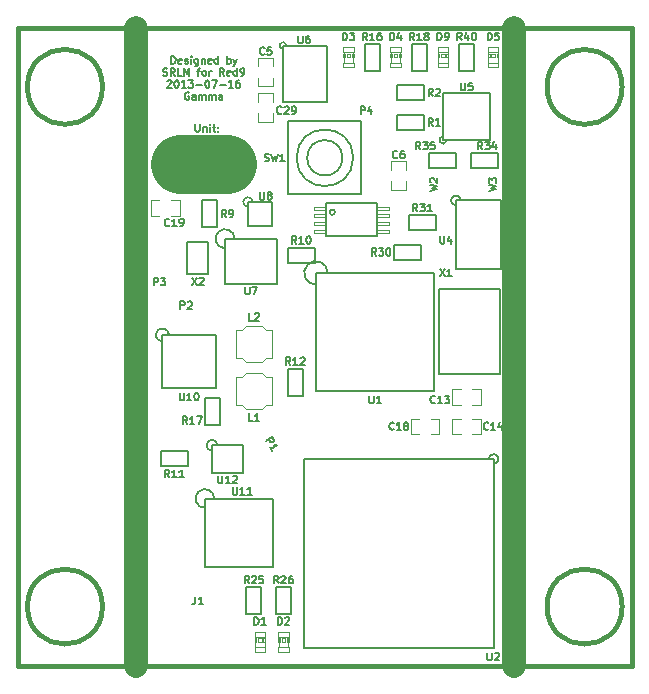
<source format=gto>
G04 (created by PCBNEW (2013-mar-13)-testing) date Fri 19 Jul 2013 02:37:30 PM PDT*
%MOIN*%
G04 Gerber Fmt 3.4, Leading zero omitted, Abs format*
%FSLAX34Y34*%
G01*
G70*
G90*
G04 APERTURE LIST*
%ADD10C,0.005906*%
%ADD11C,0.005000*%
%ADD12C,0.196850*%
%ADD13C,0.015000*%
%ADD14C,0.078740*%
%ADD15C,0.004700*%
%ADD16C,0.003100*%
%ADD17C,0.002600*%
%ADD18C,0.004000*%
%ADD19C,0.005900*%
%ADD20C,0.005100*%
%ADD21C,0.008000*%
%ADD22C,0.003937*%
G04 APERTURE END LIST*
G54D10*
G54D11*
X72853Y-34311D02*
X72853Y-34514D01*
X72865Y-34538D01*
X72877Y-34550D01*
X72900Y-34561D01*
X72948Y-34561D01*
X72972Y-34550D01*
X72984Y-34538D01*
X72996Y-34514D01*
X72996Y-34311D01*
X73115Y-34395D02*
X73115Y-34561D01*
X73115Y-34419D02*
X73127Y-34407D01*
X73150Y-34395D01*
X73186Y-34395D01*
X73210Y-34407D01*
X73222Y-34430D01*
X73222Y-34561D01*
X73341Y-34561D02*
X73341Y-34395D01*
X73341Y-34311D02*
X73329Y-34323D01*
X73341Y-34335D01*
X73353Y-34323D01*
X73341Y-34311D01*
X73341Y-34335D01*
X73424Y-34395D02*
X73520Y-34395D01*
X73460Y-34311D02*
X73460Y-34526D01*
X73472Y-34550D01*
X73496Y-34561D01*
X73520Y-34561D01*
X73603Y-34538D02*
X73615Y-34550D01*
X73603Y-34561D01*
X73591Y-34550D01*
X73603Y-34538D01*
X73603Y-34561D01*
X73603Y-34407D02*
X73615Y-34419D01*
X73603Y-34430D01*
X73591Y-34419D01*
X73603Y-34407D01*
X73603Y-34430D01*
G54D12*
X72342Y-35629D02*
X73917Y-35629D01*
G54D11*
X72046Y-32298D02*
X72046Y-32048D01*
X72106Y-32048D01*
X72141Y-32060D01*
X72165Y-32083D01*
X72177Y-32107D01*
X72189Y-32155D01*
X72189Y-32190D01*
X72177Y-32238D01*
X72165Y-32262D01*
X72141Y-32286D01*
X72106Y-32298D01*
X72046Y-32298D01*
X72391Y-32286D02*
X72368Y-32298D01*
X72320Y-32298D01*
X72296Y-32286D01*
X72284Y-32262D01*
X72284Y-32167D01*
X72296Y-32143D01*
X72320Y-32131D01*
X72368Y-32131D01*
X72391Y-32143D01*
X72403Y-32167D01*
X72403Y-32190D01*
X72284Y-32214D01*
X72498Y-32286D02*
X72522Y-32298D01*
X72570Y-32298D01*
X72594Y-32286D01*
X72606Y-32262D01*
X72606Y-32250D01*
X72594Y-32226D01*
X72570Y-32214D01*
X72534Y-32214D01*
X72510Y-32202D01*
X72498Y-32179D01*
X72498Y-32167D01*
X72510Y-32143D01*
X72534Y-32131D01*
X72570Y-32131D01*
X72594Y-32143D01*
X72713Y-32298D02*
X72713Y-32131D01*
X72713Y-32048D02*
X72701Y-32060D01*
X72713Y-32071D01*
X72725Y-32060D01*
X72713Y-32048D01*
X72713Y-32071D01*
X72939Y-32131D02*
X72939Y-32333D01*
X72927Y-32357D01*
X72915Y-32369D01*
X72891Y-32381D01*
X72856Y-32381D01*
X72832Y-32369D01*
X72939Y-32286D02*
X72915Y-32298D01*
X72868Y-32298D01*
X72844Y-32286D01*
X72832Y-32274D01*
X72820Y-32250D01*
X72820Y-32179D01*
X72832Y-32155D01*
X72844Y-32143D01*
X72868Y-32131D01*
X72915Y-32131D01*
X72939Y-32143D01*
X73058Y-32131D02*
X73058Y-32298D01*
X73058Y-32155D02*
X73070Y-32143D01*
X73094Y-32131D01*
X73129Y-32131D01*
X73153Y-32143D01*
X73165Y-32167D01*
X73165Y-32298D01*
X73379Y-32286D02*
X73356Y-32298D01*
X73308Y-32298D01*
X73284Y-32286D01*
X73272Y-32262D01*
X73272Y-32167D01*
X73284Y-32143D01*
X73308Y-32131D01*
X73356Y-32131D01*
X73379Y-32143D01*
X73391Y-32167D01*
X73391Y-32190D01*
X73272Y-32214D01*
X73606Y-32298D02*
X73606Y-32048D01*
X73606Y-32286D02*
X73582Y-32298D01*
X73534Y-32298D01*
X73510Y-32286D01*
X73498Y-32274D01*
X73487Y-32250D01*
X73487Y-32179D01*
X73498Y-32155D01*
X73510Y-32143D01*
X73534Y-32131D01*
X73582Y-32131D01*
X73606Y-32143D01*
X73915Y-32298D02*
X73915Y-32048D01*
X73915Y-32143D02*
X73939Y-32131D01*
X73987Y-32131D01*
X74010Y-32143D01*
X74022Y-32155D01*
X74034Y-32179D01*
X74034Y-32250D01*
X74022Y-32274D01*
X74010Y-32286D01*
X73987Y-32298D01*
X73939Y-32298D01*
X73915Y-32286D01*
X74118Y-32131D02*
X74177Y-32298D01*
X74237Y-32131D02*
X74177Y-32298D01*
X74153Y-32357D01*
X74141Y-32369D01*
X74118Y-32381D01*
X71772Y-32686D02*
X71808Y-32698D01*
X71868Y-32698D01*
X71891Y-32686D01*
X71903Y-32674D01*
X71915Y-32650D01*
X71915Y-32626D01*
X71903Y-32602D01*
X71891Y-32590D01*
X71868Y-32579D01*
X71820Y-32567D01*
X71796Y-32555D01*
X71784Y-32543D01*
X71772Y-32519D01*
X71772Y-32495D01*
X71784Y-32471D01*
X71796Y-32460D01*
X71820Y-32448D01*
X71879Y-32448D01*
X71915Y-32460D01*
X72165Y-32698D02*
X72082Y-32579D01*
X72022Y-32698D02*
X72022Y-32448D01*
X72118Y-32448D01*
X72141Y-32460D01*
X72153Y-32471D01*
X72165Y-32495D01*
X72165Y-32531D01*
X72153Y-32555D01*
X72141Y-32567D01*
X72118Y-32579D01*
X72022Y-32579D01*
X72391Y-32698D02*
X72272Y-32698D01*
X72272Y-32448D01*
X72475Y-32698D02*
X72475Y-32448D01*
X72558Y-32626D01*
X72641Y-32448D01*
X72641Y-32698D01*
X72915Y-32531D02*
X73010Y-32531D01*
X72951Y-32698D02*
X72951Y-32483D01*
X72963Y-32460D01*
X72987Y-32448D01*
X73010Y-32448D01*
X73129Y-32698D02*
X73106Y-32686D01*
X73094Y-32674D01*
X73082Y-32650D01*
X73082Y-32579D01*
X73094Y-32555D01*
X73106Y-32543D01*
X73129Y-32531D01*
X73165Y-32531D01*
X73189Y-32543D01*
X73201Y-32555D01*
X73213Y-32579D01*
X73213Y-32650D01*
X73201Y-32674D01*
X73189Y-32686D01*
X73165Y-32698D01*
X73129Y-32698D01*
X73320Y-32698D02*
X73320Y-32531D01*
X73320Y-32579D02*
X73332Y-32555D01*
X73344Y-32543D01*
X73368Y-32531D01*
X73391Y-32531D01*
X73808Y-32698D02*
X73725Y-32579D01*
X73665Y-32698D02*
X73665Y-32448D01*
X73760Y-32448D01*
X73784Y-32460D01*
X73796Y-32471D01*
X73808Y-32495D01*
X73808Y-32531D01*
X73796Y-32555D01*
X73784Y-32567D01*
X73760Y-32579D01*
X73665Y-32579D01*
X74010Y-32686D02*
X73987Y-32698D01*
X73939Y-32698D01*
X73915Y-32686D01*
X73903Y-32662D01*
X73903Y-32567D01*
X73915Y-32543D01*
X73939Y-32531D01*
X73987Y-32531D01*
X74010Y-32543D01*
X74022Y-32567D01*
X74022Y-32590D01*
X73903Y-32614D01*
X74237Y-32698D02*
X74237Y-32448D01*
X74237Y-32686D02*
X74213Y-32698D01*
X74165Y-32698D01*
X74141Y-32686D01*
X74129Y-32674D01*
X74118Y-32650D01*
X74118Y-32579D01*
X74129Y-32555D01*
X74141Y-32543D01*
X74165Y-32531D01*
X74213Y-32531D01*
X74237Y-32543D01*
X74368Y-32698D02*
X74415Y-32698D01*
X74439Y-32686D01*
X74451Y-32674D01*
X74475Y-32638D01*
X74487Y-32590D01*
X74487Y-32495D01*
X74475Y-32471D01*
X74463Y-32460D01*
X74439Y-32448D01*
X74391Y-32448D01*
X74368Y-32460D01*
X74356Y-32471D01*
X74344Y-32495D01*
X74344Y-32555D01*
X74356Y-32579D01*
X74368Y-32590D01*
X74391Y-32602D01*
X74439Y-32602D01*
X74463Y-32590D01*
X74475Y-32579D01*
X74487Y-32555D01*
X71915Y-32871D02*
X71927Y-32860D01*
X71951Y-32848D01*
X72010Y-32848D01*
X72034Y-32860D01*
X72046Y-32871D01*
X72058Y-32895D01*
X72058Y-32919D01*
X72046Y-32955D01*
X71903Y-33098D01*
X72058Y-33098D01*
X72213Y-32848D02*
X72237Y-32848D01*
X72260Y-32860D01*
X72272Y-32871D01*
X72284Y-32895D01*
X72296Y-32943D01*
X72296Y-33002D01*
X72284Y-33050D01*
X72272Y-33074D01*
X72260Y-33086D01*
X72237Y-33098D01*
X72213Y-33098D01*
X72189Y-33086D01*
X72177Y-33074D01*
X72165Y-33050D01*
X72153Y-33002D01*
X72153Y-32943D01*
X72165Y-32895D01*
X72177Y-32871D01*
X72189Y-32860D01*
X72213Y-32848D01*
X72534Y-33098D02*
X72391Y-33098D01*
X72463Y-33098D02*
X72463Y-32848D01*
X72439Y-32883D01*
X72415Y-32907D01*
X72391Y-32919D01*
X72618Y-32848D02*
X72772Y-32848D01*
X72689Y-32943D01*
X72725Y-32943D01*
X72748Y-32955D01*
X72760Y-32967D01*
X72772Y-32990D01*
X72772Y-33050D01*
X72760Y-33074D01*
X72748Y-33086D01*
X72725Y-33098D01*
X72653Y-33098D01*
X72629Y-33086D01*
X72618Y-33074D01*
X72879Y-33002D02*
X73070Y-33002D01*
X73237Y-32848D02*
X73260Y-32848D01*
X73284Y-32860D01*
X73296Y-32871D01*
X73308Y-32895D01*
X73320Y-32943D01*
X73320Y-33002D01*
X73308Y-33050D01*
X73296Y-33074D01*
X73284Y-33086D01*
X73260Y-33098D01*
X73237Y-33098D01*
X73213Y-33086D01*
X73201Y-33074D01*
X73189Y-33050D01*
X73177Y-33002D01*
X73177Y-32943D01*
X73189Y-32895D01*
X73201Y-32871D01*
X73213Y-32860D01*
X73237Y-32848D01*
X73403Y-32848D02*
X73570Y-32848D01*
X73463Y-33098D01*
X73665Y-33002D02*
X73856Y-33002D01*
X74106Y-33098D02*
X73963Y-33098D01*
X74034Y-33098D02*
X74034Y-32848D01*
X74010Y-32883D01*
X73987Y-32907D01*
X73963Y-32919D01*
X74320Y-32848D02*
X74272Y-32848D01*
X74248Y-32860D01*
X74237Y-32871D01*
X74213Y-32907D01*
X74201Y-32955D01*
X74201Y-33050D01*
X74213Y-33074D01*
X74225Y-33086D01*
X74248Y-33098D01*
X74296Y-33098D01*
X74320Y-33086D01*
X74332Y-33074D01*
X74344Y-33050D01*
X74344Y-32990D01*
X74332Y-32967D01*
X74320Y-32955D01*
X74296Y-32943D01*
X74248Y-32943D01*
X74225Y-32955D01*
X74213Y-32967D01*
X74201Y-32990D01*
X72635Y-33260D02*
X72612Y-33248D01*
X72576Y-33248D01*
X72540Y-33260D01*
X72516Y-33283D01*
X72504Y-33307D01*
X72493Y-33355D01*
X72493Y-33390D01*
X72504Y-33438D01*
X72516Y-33462D01*
X72540Y-33486D01*
X72576Y-33498D01*
X72600Y-33498D01*
X72635Y-33486D01*
X72647Y-33474D01*
X72647Y-33390D01*
X72600Y-33390D01*
X72862Y-33498D02*
X72862Y-33367D01*
X72850Y-33343D01*
X72826Y-33331D01*
X72778Y-33331D01*
X72754Y-33343D01*
X72862Y-33486D02*
X72838Y-33498D01*
X72778Y-33498D01*
X72754Y-33486D01*
X72743Y-33462D01*
X72743Y-33438D01*
X72754Y-33414D01*
X72778Y-33402D01*
X72838Y-33402D01*
X72862Y-33390D01*
X72981Y-33498D02*
X72981Y-33331D01*
X72981Y-33355D02*
X72993Y-33343D01*
X73016Y-33331D01*
X73052Y-33331D01*
X73076Y-33343D01*
X73088Y-33367D01*
X73088Y-33498D01*
X73088Y-33367D02*
X73100Y-33343D01*
X73123Y-33331D01*
X73159Y-33331D01*
X73183Y-33343D01*
X73195Y-33367D01*
X73195Y-33498D01*
X73314Y-33498D02*
X73314Y-33331D01*
X73314Y-33355D02*
X73326Y-33343D01*
X73350Y-33331D01*
X73385Y-33331D01*
X73409Y-33343D01*
X73421Y-33367D01*
X73421Y-33498D01*
X73421Y-33367D02*
X73433Y-33343D01*
X73457Y-33331D01*
X73493Y-33331D01*
X73516Y-33343D01*
X73528Y-33367D01*
X73528Y-33498D01*
X73754Y-33498D02*
X73754Y-33367D01*
X73743Y-33343D01*
X73719Y-33331D01*
X73671Y-33331D01*
X73647Y-33343D01*
X73754Y-33486D02*
X73731Y-33498D01*
X73671Y-33498D01*
X73647Y-33486D01*
X73635Y-33462D01*
X73635Y-33438D01*
X73647Y-33414D01*
X73671Y-33402D01*
X73731Y-33402D01*
X73754Y-33390D01*
G54D13*
X87401Y-31102D02*
X87401Y-52362D01*
X66929Y-31102D02*
X87401Y-31102D01*
X66929Y-52362D02*
X66929Y-31102D01*
X87401Y-52362D02*
X66929Y-52362D01*
G54D14*
X70866Y-52362D02*
X70866Y-31102D01*
X83464Y-31102D02*
X83464Y-52362D01*
G54D15*
X80708Y-44645D02*
X80983Y-44645D01*
X80314Y-44645D02*
X80039Y-44645D01*
X80708Y-44133D02*
X80983Y-44133D01*
X80039Y-44133D02*
X80314Y-44133D01*
X80983Y-44139D02*
X80983Y-44639D01*
X80039Y-44639D02*
X80039Y-44139D01*
X79881Y-35826D02*
X79881Y-35551D01*
X79881Y-36220D02*
X79881Y-36495D01*
X79369Y-35826D02*
X79369Y-35551D01*
X79369Y-36495D02*
X79369Y-36220D01*
X79375Y-35551D02*
X79875Y-35551D01*
X79875Y-36495D02*
X79375Y-36495D01*
X74940Y-32775D02*
X74940Y-33050D01*
X74940Y-32381D02*
X74940Y-32106D01*
X75452Y-32775D02*
X75452Y-33050D01*
X75452Y-32106D02*
X75452Y-32381D01*
X75446Y-33050D02*
X74946Y-33050D01*
X74946Y-32106D02*
X75446Y-32106D01*
X81692Y-44133D02*
X81417Y-44133D01*
X82086Y-44133D02*
X82361Y-44133D01*
X81692Y-44645D02*
X81417Y-44645D01*
X82361Y-44645D02*
X82086Y-44645D01*
X81417Y-44639D02*
X81417Y-44139D01*
X82361Y-44139D02*
X82361Y-44639D01*
X81692Y-43149D02*
X81417Y-43149D01*
X82086Y-43149D02*
X82361Y-43149D01*
X81692Y-43661D02*
X81417Y-43661D01*
X82361Y-43661D02*
X82086Y-43661D01*
X81417Y-43655D02*
X81417Y-43155D01*
X82361Y-43155D02*
X82361Y-43655D01*
G54D11*
X75931Y-43363D02*
X75931Y-42463D01*
X75931Y-42463D02*
X76431Y-42463D01*
X76431Y-42463D02*
X76431Y-43363D01*
X76431Y-43363D02*
X75931Y-43363D01*
X73675Y-43447D02*
X73675Y-44347D01*
X73675Y-44347D02*
X73175Y-44347D01*
X73175Y-44347D02*
X73175Y-43447D01*
X73175Y-43447D02*
X73675Y-43447D01*
X80469Y-34501D02*
X79569Y-34501D01*
X79569Y-34501D02*
X79569Y-34001D01*
X79569Y-34001D02*
X80469Y-34001D01*
X80469Y-34001D02*
X80469Y-34501D01*
X78990Y-31636D02*
X78990Y-32536D01*
X78990Y-32536D02*
X78490Y-32536D01*
X78490Y-32536D02*
X78490Y-31636D01*
X78490Y-31636D02*
X78990Y-31636D01*
X80564Y-31636D02*
X80564Y-32536D01*
X80564Y-32536D02*
X80064Y-32536D01*
X80064Y-32536D02*
X80064Y-31636D01*
X80064Y-31636D02*
X80564Y-31636D01*
X76037Y-49746D02*
X76037Y-50646D01*
X76037Y-50646D02*
X75537Y-50646D01*
X75537Y-50646D02*
X75537Y-49746D01*
X75537Y-49746D02*
X76037Y-49746D01*
X80371Y-38832D02*
X79471Y-38832D01*
X79471Y-38832D02*
X79471Y-38332D01*
X79471Y-38332D02*
X80371Y-38332D01*
X80371Y-38332D02*
X80371Y-38832D01*
X80863Y-37848D02*
X79963Y-37848D01*
X79963Y-37848D02*
X79963Y-37348D01*
X79963Y-37348D02*
X80863Y-37348D01*
X80863Y-37348D02*
X80863Y-37848D01*
X76827Y-38931D02*
X75927Y-38931D01*
X75927Y-38931D02*
X75927Y-38431D01*
X75927Y-38431D02*
X76827Y-38431D01*
X76827Y-38431D02*
X76827Y-38931D01*
X73076Y-37753D02*
X73076Y-36853D01*
X73076Y-36853D02*
X73576Y-36853D01*
X73576Y-36853D02*
X73576Y-37753D01*
X73576Y-37753D02*
X73076Y-37753D01*
X80469Y-33517D02*
X79569Y-33517D01*
X79569Y-33517D02*
X79569Y-33017D01*
X79569Y-33017D02*
X80469Y-33017D01*
X80469Y-33017D02*
X80469Y-33517D01*
X75053Y-49746D02*
X75053Y-50646D01*
X75053Y-50646D02*
X74553Y-50646D01*
X74553Y-50646D02*
X74553Y-49746D01*
X74553Y-49746D02*
X75053Y-49746D01*
X71695Y-45222D02*
X72595Y-45222D01*
X72595Y-45222D02*
X72595Y-45722D01*
X72595Y-45722D02*
X71695Y-45722D01*
X71695Y-45722D02*
X71695Y-45222D01*
G54D16*
X75394Y-41633D02*
X75394Y-42105D01*
X75394Y-42105D02*
X75197Y-42105D01*
X75197Y-42105D02*
X75079Y-42224D01*
X75079Y-42224D02*
X74527Y-42224D01*
X74527Y-42224D02*
X74409Y-42105D01*
X74409Y-42105D02*
X74212Y-42105D01*
X74212Y-42105D02*
X74212Y-41161D01*
X74212Y-41161D02*
X74409Y-41161D01*
X74409Y-41161D02*
X74527Y-41042D01*
X74527Y-41042D02*
X75079Y-41042D01*
X75079Y-41042D02*
X75197Y-41161D01*
X75197Y-41161D02*
X75394Y-41161D01*
X75394Y-41161D02*
X75394Y-41633D01*
X75394Y-43208D02*
X75394Y-43680D01*
X75394Y-43680D02*
X75197Y-43680D01*
X75197Y-43680D02*
X75079Y-43799D01*
X75079Y-43799D02*
X74527Y-43799D01*
X74527Y-43799D02*
X74409Y-43680D01*
X74409Y-43680D02*
X74212Y-43680D01*
X74212Y-43680D02*
X74212Y-42736D01*
X74212Y-42736D02*
X74409Y-42736D01*
X74409Y-42736D02*
X74527Y-42617D01*
X74527Y-42617D02*
X75079Y-42617D01*
X75079Y-42617D02*
X75197Y-42736D01*
X75197Y-42736D02*
X75394Y-42736D01*
X75394Y-42736D02*
X75394Y-43208D01*
G54D17*
X75610Y-51397D02*
X75964Y-51397D01*
X75964Y-51397D02*
X75964Y-51240D01*
X75610Y-51240D02*
X75964Y-51240D01*
X75610Y-51397D02*
X75610Y-51240D01*
X75610Y-51908D02*
X75964Y-51908D01*
X75964Y-51908D02*
X75964Y-51751D01*
X75610Y-51751D02*
X75964Y-51751D01*
X75610Y-51908D02*
X75610Y-51751D01*
X75610Y-51574D02*
X75669Y-51574D01*
X75669Y-51574D02*
X75669Y-51456D01*
X75610Y-51456D02*
X75669Y-51456D01*
X75610Y-51574D02*
X75610Y-51456D01*
X75905Y-51574D02*
X75964Y-51574D01*
X75964Y-51574D02*
X75964Y-51456D01*
X75905Y-51456D02*
X75964Y-51456D01*
X75905Y-51574D02*
X75905Y-51456D01*
X75728Y-51574D02*
X75846Y-51574D01*
X75846Y-51574D02*
X75846Y-51456D01*
X75728Y-51456D02*
X75846Y-51456D01*
X75728Y-51574D02*
X75728Y-51456D01*
G54D18*
X75630Y-51397D02*
X75630Y-51751D01*
X75944Y-51397D02*
X75944Y-51751D01*
G54D17*
X77775Y-31909D02*
X78129Y-31909D01*
X78129Y-31909D02*
X78129Y-31752D01*
X77775Y-31752D02*
X78129Y-31752D01*
X77775Y-31909D02*
X77775Y-31752D01*
X77775Y-32420D02*
X78129Y-32420D01*
X78129Y-32420D02*
X78129Y-32263D01*
X77775Y-32263D02*
X78129Y-32263D01*
X77775Y-32420D02*
X77775Y-32263D01*
X77775Y-32086D02*
X77834Y-32086D01*
X77834Y-32086D02*
X77834Y-31968D01*
X77775Y-31968D02*
X77834Y-31968D01*
X77775Y-32086D02*
X77775Y-31968D01*
X78070Y-32086D02*
X78129Y-32086D01*
X78129Y-32086D02*
X78129Y-31968D01*
X78070Y-31968D02*
X78129Y-31968D01*
X78070Y-32086D02*
X78070Y-31968D01*
X77893Y-32086D02*
X78011Y-32086D01*
X78011Y-32086D02*
X78011Y-31968D01*
X77893Y-31968D02*
X78011Y-31968D01*
X77893Y-32086D02*
X77893Y-31968D01*
G54D18*
X77795Y-31909D02*
X77795Y-32263D01*
X78109Y-31909D02*
X78109Y-32263D01*
G54D17*
X79350Y-31909D02*
X79704Y-31909D01*
X79704Y-31909D02*
X79704Y-31752D01*
X79350Y-31752D02*
X79704Y-31752D01*
X79350Y-31909D02*
X79350Y-31752D01*
X79350Y-32420D02*
X79704Y-32420D01*
X79704Y-32420D02*
X79704Y-32263D01*
X79350Y-32263D02*
X79704Y-32263D01*
X79350Y-32420D02*
X79350Y-32263D01*
X79350Y-32086D02*
X79409Y-32086D01*
X79409Y-32086D02*
X79409Y-31968D01*
X79350Y-31968D02*
X79409Y-31968D01*
X79350Y-32086D02*
X79350Y-31968D01*
X79645Y-32086D02*
X79704Y-32086D01*
X79704Y-32086D02*
X79704Y-31968D01*
X79645Y-31968D02*
X79704Y-31968D01*
X79645Y-32086D02*
X79645Y-31968D01*
X79468Y-32086D02*
X79586Y-32086D01*
X79586Y-32086D02*
X79586Y-31968D01*
X79468Y-31968D02*
X79586Y-31968D01*
X79468Y-32086D02*
X79468Y-31968D01*
G54D18*
X79370Y-31909D02*
X79370Y-32263D01*
X79684Y-31909D02*
X79684Y-32263D01*
G54D17*
X74823Y-51397D02*
X75177Y-51397D01*
X75177Y-51397D02*
X75177Y-51240D01*
X74823Y-51240D02*
X75177Y-51240D01*
X74823Y-51397D02*
X74823Y-51240D01*
X74823Y-51908D02*
X75177Y-51908D01*
X75177Y-51908D02*
X75177Y-51751D01*
X74823Y-51751D02*
X75177Y-51751D01*
X74823Y-51908D02*
X74823Y-51751D01*
X74823Y-51574D02*
X74882Y-51574D01*
X74882Y-51574D02*
X74882Y-51456D01*
X74823Y-51456D02*
X74882Y-51456D01*
X74823Y-51574D02*
X74823Y-51456D01*
X75118Y-51574D02*
X75177Y-51574D01*
X75177Y-51574D02*
X75177Y-51456D01*
X75118Y-51456D02*
X75177Y-51456D01*
X75118Y-51574D02*
X75118Y-51456D01*
X74941Y-51574D02*
X75059Y-51574D01*
X75059Y-51574D02*
X75059Y-51456D01*
X74941Y-51456D02*
X75059Y-51456D01*
X74941Y-51574D02*
X74941Y-51456D01*
G54D18*
X74843Y-51397D02*
X74843Y-51751D01*
X75157Y-51397D02*
X75157Y-51751D01*
G54D19*
X74765Y-36909D02*
G75*
G03X74607Y-37067I-158J0D01*
G74*
G01*
X75395Y-36909D02*
X75395Y-37697D01*
X75395Y-37697D02*
X74607Y-37697D01*
X74607Y-37697D02*
X74607Y-36909D01*
X74607Y-36909D02*
X75395Y-36909D01*
X71969Y-41333D02*
G75*
G03X71737Y-41555I-217J-4D01*
G74*
G01*
G54D20*
X71751Y-41338D02*
X73523Y-41338D01*
X73523Y-41338D02*
X73523Y-43110D01*
X73523Y-43110D02*
X71751Y-43110D01*
X71751Y-43110D02*
X71751Y-41338D01*
G54D19*
X75881Y-31662D02*
G75*
G03X75767Y-31810I-113J-30D01*
G74*
G01*
X75767Y-31692D02*
X77224Y-31692D01*
X77224Y-31692D02*
X77224Y-33582D01*
X77224Y-33582D02*
X75767Y-33582D01*
X75767Y-33582D02*
X75767Y-31692D01*
X74155Y-38114D02*
G75*
G03X73799Y-38444I-317J-15D01*
G74*
G01*
X73838Y-38129D02*
X73838Y-39625D01*
X73838Y-39625D02*
X75570Y-39625D01*
X75570Y-39625D02*
X75570Y-38129D01*
X75570Y-38129D02*
X73838Y-38129D01*
X81693Y-36850D02*
G75*
G03X81535Y-37008I-158J0D01*
G74*
G01*
X82283Y-36850D02*
X83031Y-36850D01*
X83031Y-36850D02*
X83031Y-39134D01*
X83031Y-39134D02*
X81535Y-39134D01*
X81535Y-39134D02*
X81535Y-36850D01*
X81535Y-36850D02*
X82283Y-36850D01*
X81099Y-34717D02*
G75*
G03X81220Y-34882I2J-124D01*
G74*
G01*
X81102Y-34842D02*
X81102Y-33268D01*
X81102Y-33268D02*
X82676Y-33268D01*
X82676Y-33268D02*
X82676Y-34842D01*
X82676Y-34842D02*
X81102Y-34842D01*
X82822Y-45628D02*
G75*
G03X82637Y-45472I-27J155D01*
G74*
G01*
X82795Y-45472D02*
X82795Y-51771D01*
X82795Y-51771D02*
X76456Y-51771D01*
X76456Y-51771D02*
X76456Y-45472D01*
X76456Y-45472D02*
X82795Y-45472D01*
X73484Y-46791D02*
G75*
G03X73169Y-47106I-314J0D01*
G74*
G01*
X73169Y-46791D02*
X75452Y-46791D01*
X75452Y-46791D02*
X75452Y-49074D01*
X75452Y-49074D02*
X73169Y-49074D01*
X73169Y-49074D02*
X73169Y-46791D01*
X73583Y-45007D02*
G75*
G03X73387Y-45196I-177J-12D01*
G74*
G01*
X73395Y-45009D02*
X73395Y-45935D01*
X73395Y-45935D02*
X74439Y-45935D01*
X73395Y-45009D02*
X74439Y-45009D01*
X74439Y-45009D02*
X74439Y-45935D01*
X77263Y-39271D02*
G75*
G03X76870Y-39665I-393J0D01*
G74*
G01*
X80807Y-39271D02*
X80807Y-43208D01*
X80807Y-43208D02*
X76870Y-43208D01*
X76870Y-43208D02*
X76870Y-39271D01*
X76870Y-39271D02*
X80807Y-39271D01*
X73287Y-38248D02*
X73287Y-39311D01*
X73287Y-39311D02*
X72578Y-39311D01*
X72578Y-39311D02*
X72578Y-38248D01*
X72578Y-38248D02*
X73287Y-38248D01*
G54D17*
X82598Y-31909D02*
X82952Y-31909D01*
X82952Y-31909D02*
X82952Y-31752D01*
X82598Y-31752D02*
X82952Y-31752D01*
X82598Y-31909D02*
X82598Y-31752D01*
X82598Y-32420D02*
X82952Y-32420D01*
X82952Y-32420D02*
X82952Y-32263D01*
X82598Y-32263D02*
X82952Y-32263D01*
X82598Y-32420D02*
X82598Y-32263D01*
X82598Y-32086D02*
X82657Y-32086D01*
X82657Y-32086D02*
X82657Y-31968D01*
X82598Y-31968D02*
X82657Y-31968D01*
X82598Y-32086D02*
X82598Y-31968D01*
X82893Y-32086D02*
X82952Y-32086D01*
X82952Y-32086D02*
X82952Y-31968D01*
X82893Y-31968D02*
X82952Y-31968D01*
X82893Y-32086D02*
X82893Y-31968D01*
X82716Y-32086D02*
X82834Y-32086D01*
X82834Y-32086D02*
X82834Y-31968D01*
X82716Y-31968D02*
X82834Y-31968D01*
X82716Y-32086D02*
X82716Y-31968D01*
G54D18*
X82618Y-31909D02*
X82618Y-32263D01*
X82932Y-31909D02*
X82932Y-32263D01*
G54D17*
X80925Y-31909D02*
X81279Y-31909D01*
X81279Y-31909D02*
X81279Y-31752D01*
X80925Y-31752D02*
X81279Y-31752D01*
X80925Y-31909D02*
X80925Y-31752D01*
X80925Y-32420D02*
X81279Y-32420D01*
X81279Y-32420D02*
X81279Y-32263D01*
X80925Y-32263D02*
X81279Y-32263D01*
X80925Y-32420D02*
X80925Y-32263D01*
X80925Y-32086D02*
X80984Y-32086D01*
X80984Y-32086D02*
X80984Y-31968D01*
X80925Y-31968D02*
X80984Y-31968D01*
X80925Y-32086D02*
X80925Y-31968D01*
X81220Y-32086D02*
X81279Y-32086D01*
X81279Y-32086D02*
X81279Y-31968D01*
X81220Y-31968D02*
X81279Y-31968D01*
X81220Y-32086D02*
X81220Y-31968D01*
X81043Y-32086D02*
X81161Y-32086D01*
X81161Y-32086D02*
X81161Y-31968D01*
X81043Y-31968D02*
X81161Y-31968D01*
X81043Y-32086D02*
X81043Y-31968D01*
G54D18*
X80945Y-31909D02*
X80945Y-32263D01*
X81259Y-31909D02*
X81259Y-32263D01*
G54D11*
X82930Y-35781D02*
X82030Y-35781D01*
X82030Y-35781D02*
X82030Y-35281D01*
X82030Y-35281D02*
X82930Y-35281D01*
X82930Y-35281D02*
X82930Y-35781D01*
X80652Y-35281D02*
X81552Y-35281D01*
X81552Y-35281D02*
X81552Y-35781D01*
X81552Y-35781D02*
X80652Y-35781D01*
X80652Y-35781D02*
X80652Y-35281D01*
X81639Y-32536D02*
X81639Y-31636D01*
X81639Y-31636D02*
X82139Y-31636D01*
X82139Y-31636D02*
X82139Y-32536D01*
X82139Y-32536D02*
X81639Y-32536D01*
G54D17*
X76792Y-37166D02*
X77185Y-37166D01*
X77185Y-37166D02*
X77185Y-37067D01*
X76792Y-37067D02*
X77185Y-37067D01*
X76792Y-37166D02*
X76792Y-37067D01*
X76792Y-37422D02*
X77185Y-37422D01*
X77185Y-37422D02*
X77185Y-37323D01*
X76792Y-37323D02*
X77185Y-37323D01*
X76792Y-37422D02*
X76792Y-37323D01*
X76792Y-37677D02*
X77185Y-37677D01*
X77185Y-37677D02*
X77185Y-37578D01*
X76792Y-37578D02*
X77185Y-37578D01*
X76792Y-37677D02*
X76792Y-37578D01*
X76792Y-37933D02*
X77185Y-37933D01*
X77185Y-37933D02*
X77185Y-37834D01*
X76792Y-37834D02*
X77185Y-37834D01*
X76792Y-37933D02*
X76792Y-37834D01*
X78917Y-37933D02*
X79310Y-37933D01*
X79310Y-37933D02*
X79310Y-37834D01*
X78917Y-37834D02*
X79310Y-37834D01*
X78917Y-37933D02*
X78917Y-37834D01*
X78917Y-37677D02*
X79310Y-37677D01*
X79310Y-37677D02*
X79310Y-37578D01*
X78917Y-37578D02*
X79310Y-37578D01*
X78917Y-37677D02*
X78917Y-37578D01*
X78917Y-37422D02*
X79310Y-37422D01*
X79310Y-37422D02*
X79310Y-37323D01*
X78917Y-37323D02*
X79310Y-37323D01*
X78917Y-37422D02*
X78917Y-37323D01*
X78917Y-37166D02*
X79310Y-37166D01*
X79310Y-37166D02*
X79310Y-37067D01*
X78917Y-37067D02*
X79310Y-37067D01*
X78917Y-37166D02*
X78917Y-37067D01*
G54D21*
X77205Y-38051D02*
X78897Y-38051D01*
X78897Y-38051D02*
X78897Y-36949D01*
X78897Y-36949D02*
X77205Y-36949D01*
X77205Y-36949D02*
X77205Y-38051D01*
G54D10*
X77501Y-37245D02*
G75*
G03X77501Y-37245I-89J0D01*
G74*
G01*
G54D15*
X75452Y-33562D02*
X75452Y-33287D01*
X75452Y-33956D02*
X75452Y-34231D01*
X74940Y-33562D02*
X74940Y-33287D01*
X74940Y-34231D02*
X74940Y-33956D01*
X74946Y-33287D02*
X75446Y-33287D01*
X75446Y-34231D02*
X74946Y-34231D01*
X71653Y-36850D02*
X71378Y-36850D01*
X72047Y-36850D02*
X72322Y-36850D01*
X71653Y-37362D02*
X71378Y-37362D01*
X72322Y-37362D02*
X72047Y-37362D01*
X71378Y-37356D02*
X71378Y-36856D01*
X72322Y-36856D02*
X72322Y-37356D01*
G54D13*
X69753Y-33070D02*
G75*
G03X69753Y-33070I-1250J0D01*
G74*
G01*
X69753Y-50393D02*
G75*
G03X69753Y-50393I-1250J0D01*
G74*
G01*
X87076Y-50393D02*
G75*
G03X87076Y-50393I-1250J0D01*
G74*
G01*
X87076Y-33070D02*
G75*
G03X87076Y-33070I-1250J0D01*
G74*
G01*
G54D22*
X71358Y-52381D02*
X74507Y-52381D01*
G54D19*
X77755Y-35433D02*
G75*
G03X77755Y-35433I-590J0D01*
G74*
G01*
X78110Y-35433D02*
G75*
G03X78110Y-35433I-944J0D01*
G74*
G01*
X78385Y-36653D02*
X75944Y-36653D01*
X75944Y-36653D02*
X75944Y-34212D01*
X75944Y-34212D02*
X78385Y-34212D01*
X78385Y-34212D02*
X78385Y-36653D01*
X80964Y-42657D02*
X80964Y-39822D01*
X80964Y-42657D02*
X83011Y-42657D01*
X83011Y-42657D02*
X83011Y-39822D01*
X83011Y-39822D02*
X80964Y-39822D01*
G54D11*
X79465Y-44479D02*
X79453Y-44490D01*
X79417Y-44502D01*
X79393Y-44502D01*
X79358Y-44490D01*
X79334Y-44467D01*
X79322Y-44443D01*
X79310Y-44395D01*
X79310Y-44360D01*
X79322Y-44312D01*
X79334Y-44288D01*
X79358Y-44264D01*
X79393Y-44252D01*
X79417Y-44252D01*
X79453Y-44264D01*
X79465Y-44276D01*
X79703Y-44502D02*
X79560Y-44502D01*
X79631Y-44502D02*
X79631Y-44252D01*
X79608Y-44288D01*
X79584Y-44312D01*
X79560Y-44324D01*
X79846Y-44360D02*
X79822Y-44348D01*
X79810Y-44336D01*
X79798Y-44312D01*
X79798Y-44300D01*
X79810Y-44276D01*
X79822Y-44264D01*
X79846Y-44252D01*
X79893Y-44252D01*
X79917Y-44264D01*
X79929Y-44276D01*
X79941Y-44300D01*
X79941Y-44312D01*
X79929Y-44336D01*
X79917Y-44348D01*
X79893Y-44360D01*
X79846Y-44360D01*
X79822Y-44371D01*
X79810Y-44383D01*
X79798Y-44407D01*
X79798Y-44455D01*
X79810Y-44479D01*
X79822Y-44490D01*
X79846Y-44502D01*
X79893Y-44502D01*
X79917Y-44490D01*
X79929Y-44479D01*
X79941Y-44455D01*
X79941Y-44407D01*
X79929Y-44383D01*
X79917Y-44371D01*
X79893Y-44360D01*
X79584Y-35423D02*
X79572Y-35435D01*
X79536Y-35447D01*
X79512Y-35447D01*
X79477Y-35435D01*
X79453Y-35412D01*
X79441Y-35388D01*
X79429Y-35340D01*
X79429Y-35304D01*
X79441Y-35257D01*
X79453Y-35233D01*
X79477Y-35209D01*
X79512Y-35197D01*
X79536Y-35197D01*
X79572Y-35209D01*
X79584Y-35221D01*
X79798Y-35197D02*
X79750Y-35197D01*
X79727Y-35209D01*
X79715Y-35221D01*
X79691Y-35257D01*
X79679Y-35304D01*
X79679Y-35400D01*
X79691Y-35423D01*
X79703Y-35435D01*
X79727Y-35447D01*
X79774Y-35447D01*
X79798Y-35435D01*
X79810Y-35423D01*
X79822Y-35400D01*
X79822Y-35340D01*
X79810Y-35316D01*
X79798Y-35304D01*
X79774Y-35292D01*
X79727Y-35292D01*
X79703Y-35304D01*
X79691Y-35316D01*
X79679Y-35340D01*
X75155Y-31979D02*
X75143Y-31990D01*
X75107Y-32002D01*
X75083Y-32002D01*
X75048Y-31990D01*
X75024Y-31967D01*
X75012Y-31943D01*
X75000Y-31895D01*
X75000Y-31860D01*
X75012Y-31812D01*
X75024Y-31788D01*
X75048Y-31764D01*
X75083Y-31752D01*
X75107Y-31752D01*
X75143Y-31764D01*
X75155Y-31776D01*
X75381Y-31752D02*
X75262Y-31752D01*
X75250Y-31871D01*
X75262Y-31860D01*
X75286Y-31848D01*
X75345Y-31848D01*
X75369Y-31860D01*
X75381Y-31871D01*
X75393Y-31895D01*
X75393Y-31955D01*
X75381Y-31979D01*
X75369Y-31990D01*
X75345Y-32002D01*
X75286Y-32002D01*
X75262Y-31990D01*
X75250Y-31979D01*
X82614Y-44479D02*
X82602Y-44490D01*
X82567Y-44502D01*
X82543Y-44502D01*
X82507Y-44490D01*
X82483Y-44467D01*
X82472Y-44443D01*
X82460Y-44395D01*
X82460Y-44360D01*
X82472Y-44312D01*
X82483Y-44288D01*
X82507Y-44264D01*
X82543Y-44252D01*
X82567Y-44252D01*
X82602Y-44264D01*
X82614Y-44276D01*
X82852Y-44502D02*
X82710Y-44502D01*
X82781Y-44502D02*
X82781Y-44252D01*
X82757Y-44288D01*
X82733Y-44312D01*
X82710Y-44324D01*
X83067Y-44336D02*
X83067Y-44502D01*
X83007Y-44240D02*
X82948Y-44419D01*
X83102Y-44419D01*
X80843Y-43593D02*
X80831Y-43605D01*
X80795Y-43617D01*
X80771Y-43617D01*
X80736Y-43605D01*
X80712Y-43581D01*
X80700Y-43557D01*
X80688Y-43509D01*
X80688Y-43474D01*
X80700Y-43426D01*
X80712Y-43402D01*
X80736Y-43378D01*
X80771Y-43367D01*
X80795Y-43367D01*
X80831Y-43378D01*
X80843Y-43390D01*
X81081Y-43617D02*
X80938Y-43617D01*
X81009Y-43617D02*
X81009Y-43367D01*
X80986Y-43402D01*
X80962Y-43426D01*
X80938Y-43438D01*
X81164Y-43367D02*
X81319Y-43367D01*
X81236Y-43462D01*
X81271Y-43462D01*
X81295Y-43474D01*
X81307Y-43486D01*
X81319Y-43509D01*
X81319Y-43569D01*
X81307Y-43593D01*
X81295Y-43605D01*
X81271Y-43617D01*
X81200Y-43617D01*
X81176Y-43605D01*
X81164Y-43593D01*
X76020Y-42337D02*
X75937Y-42218D01*
X75877Y-42337D02*
X75877Y-42087D01*
X75972Y-42087D01*
X75996Y-42099D01*
X76008Y-42111D01*
X76020Y-42135D01*
X76020Y-42170D01*
X76008Y-42194D01*
X75996Y-42206D01*
X75972Y-42218D01*
X75877Y-42218D01*
X76258Y-42337D02*
X76115Y-42337D01*
X76187Y-42337D02*
X76187Y-42087D01*
X76163Y-42123D01*
X76139Y-42147D01*
X76115Y-42158D01*
X76353Y-42111D02*
X76365Y-42099D01*
X76389Y-42087D01*
X76448Y-42087D01*
X76472Y-42099D01*
X76484Y-42111D01*
X76496Y-42135D01*
X76496Y-42158D01*
X76484Y-42194D01*
X76341Y-42337D01*
X76496Y-42337D01*
X72575Y-44306D02*
X72492Y-44186D01*
X72432Y-44306D02*
X72432Y-44056D01*
X72527Y-44056D01*
X72551Y-44067D01*
X72563Y-44079D01*
X72575Y-44103D01*
X72575Y-44139D01*
X72563Y-44163D01*
X72551Y-44175D01*
X72527Y-44186D01*
X72432Y-44186D01*
X72813Y-44306D02*
X72670Y-44306D01*
X72742Y-44306D02*
X72742Y-44056D01*
X72718Y-44091D01*
X72694Y-44115D01*
X72670Y-44127D01*
X72896Y-44056D02*
X73063Y-44056D01*
X72956Y-44306D01*
X80765Y-34365D02*
X80682Y-34246D01*
X80622Y-34365D02*
X80622Y-34115D01*
X80717Y-34115D01*
X80741Y-34126D01*
X80753Y-34138D01*
X80765Y-34162D01*
X80765Y-34198D01*
X80753Y-34222D01*
X80741Y-34234D01*
X80717Y-34246D01*
X80622Y-34246D01*
X81003Y-34365D02*
X80860Y-34365D01*
X80932Y-34365D02*
X80932Y-34115D01*
X80908Y-34150D01*
X80884Y-34174D01*
X80860Y-34186D01*
X78579Y-31510D02*
X78496Y-31391D01*
X78436Y-31510D02*
X78436Y-31260D01*
X78531Y-31260D01*
X78555Y-31272D01*
X78567Y-31284D01*
X78579Y-31308D01*
X78579Y-31344D01*
X78567Y-31367D01*
X78555Y-31379D01*
X78531Y-31391D01*
X78436Y-31391D01*
X78817Y-31510D02*
X78674Y-31510D01*
X78746Y-31510D02*
X78746Y-31260D01*
X78722Y-31296D01*
X78698Y-31320D01*
X78674Y-31332D01*
X79031Y-31260D02*
X78984Y-31260D01*
X78960Y-31272D01*
X78948Y-31284D01*
X78924Y-31320D01*
X78912Y-31367D01*
X78912Y-31463D01*
X78924Y-31486D01*
X78936Y-31498D01*
X78960Y-31510D01*
X79008Y-31510D01*
X79031Y-31498D01*
X79043Y-31486D01*
X79055Y-31463D01*
X79055Y-31403D01*
X79043Y-31379D01*
X79031Y-31367D01*
X79008Y-31355D01*
X78960Y-31355D01*
X78936Y-31367D01*
X78924Y-31379D01*
X78912Y-31403D01*
X80154Y-31510D02*
X80070Y-31391D01*
X80011Y-31510D02*
X80011Y-31260D01*
X80106Y-31260D01*
X80130Y-31272D01*
X80142Y-31284D01*
X80154Y-31308D01*
X80154Y-31344D01*
X80142Y-31367D01*
X80130Y-31379D01*
X80106Y-31391D01*
X80011Y-31391D01*
X80392Y-31510D02*
X80249Y-31510D01*
X80320Y-31510D02*
X80320Y-31260D01*
X80297Y-31296D01*
X80273Y-31320D01*
X80249Y-31332D01*
X80535Y-31367D02*
X80511Y-31355D01*
X80499Y-31344D01*
X80487Y-31320D01*
X80487Y-31308D01*
X80499Y-31284D01*
X80511Y-31272D01*
X80535Y-31260D01*
X80582Y-31260D01*
X80606Y-31272D01*
X80618Y-31284D01*
X80630Y-31308D01*
X80630Y-31320D01*
X80618Y-31344D01*
X80606Y-31355D01*
X80582Y-31367D01*
X80535Y-31367D01*
X80511Y-31379D01*
X80499Y-31391D01*
X80487Y-31415D01*
X80487Y-31463D01*
X80499Y-31486D01*
X80511Y-31498D01*
X80535Y-31510D01*
X80582Y-31510D01*
X80606Y-31498D01*
X80618Y-31486D01*
X80630Y-31463D01*
X80630Y-31415D01*
X80618Y-31391D01*
X80606Y-31379D01*
X80582Y-31367D01*
X75626Y-49620D02*
X75543Y-49501D01*
X75483Y-49620D02*
X75483Y-49370D01*
X75579Y-49370D01*
X75602Y-49382D01*
X75614Y-49394D01*
X75626Y-49418D01*
X75626Y-49454D01*
X75614Y-49478D01*
X75602Y-49490D01*
X75579Y-49501D01*
X75483Y-49501D01*
X75721Y-49394D02*
X75733Y-49382D01*
X75757Y-49370D01*
X75817Y-49370D01*
X75840Y-49382D01*
X75852Y-49394D01*
X75864Y-49418D01*
X75864Y-49442D01*
X75852Y-49478D01*
X75710Y-49620D01*
X75864Y-49620D01*
X76079Y-49370D02*
X76031Y-49370D01*
X76007Y-49382D01*
X75995Y-49394D01*
X75971Y-49430D01*
X75960Y-49478D01*
X75960Y-49573D01*
X75971Y-49597D01*
X75983Y-49609D01*
X76007Y-49620D01*
X76055Y-49620D01*
X76079Y-49609D01*
X76090Y-49597D01*
X76102Y-49573D01*
X76102Y-49513D01*
X76090Y-49490D01*
X76079Y-49478D01*
X76055Y-49466D01*
X76007Y-49466D01*
X75983Y-49478D01*
X75971Y-49490D01*
X75960Y-49513D01*
X78874Y-38695D02*
X78791Y-38576D01*
X78731Y-38695D02*
X78731Y-38445D01*
X78827Y-38445D01*
X78850Y-38457D01*
X78862Y-38469D01*
X78874Y-38493D01*
X78874Y-38529D01*
X78862Y-38552D01*
X78850Y-38564D01*
X78827Y-38576D01*
X78731Y-38576D01*
X78958Y-38445D02*
X79112Y-38445D01*
X79029Y-38541D01*
X79065Y-38541D01*
X79089Y-38552D01*
X79100Y-38564D01*
X79112Y-38588D01*
X79112Y-38648D01*
X79100Y-38671D01*
X79089Y-38683D01*
X79065Y-38695D01*
X78993Y-38695D01*
X78969Y-38683D01*
X78958Y-38671D01*
X79267Y-38445D02*
X79291Y-38445D01*
X79315Y-38457D01*
X79327Y-38469D01*
X79339Y-38493D01*
X79350Y-38541D01*
X79350Y-38600D01*
X79339Y-38648D01*
X79327Y-38671D01*
X79315Y-38683D01*
X79291Y-38695D01*
X79267Y-38695D01*
X79243Y-38683D01*
X79231Y-38671D01*
X79219Y-38648D01*
X79208Y-38600D01*
X79208Y-38541D01*
X79219Y-38493D01*
X79231Y-38469D01*
X79243Y-38457D01*
X79267Y-38445D01*
X80252Y-37219D02*
X80169Y-37100D01*
X80109Y-37219D02*
X80109Y-36969D01*
X80205Y-36969D01*
X80228Y-36981D01*
X80240Y-36993D01*
X80252Y-37017D01*
X80252Y-37052D01*
X80240Y-37076D01*
X80228Y-37088D01*
X80205Y-37100D01*
X80109Y-37100D01*
X80336Y-36969D02*
X80490Y-36969D01*
X80407Y-37064D01*
X80443Y-37064D01*
X80466Y-37076D01*
X80478Y-37088D01*
X80490Y-37112D01*
X80490Y-37171D01*
X80478Y-37195D01*
X80466Y-37207D01*
X80443Y-37219D01*
X80371Y-37219D01*
X80347Y-37207D01*
X80336Y-37195D01*
X80728Y-37219D02*
X80586Y-37219D01*
X80657Y-37219D02*
X80657Y-36969D01*
X80633Y-37005D01*
X80609Y-37028D01*
X80586Y-37040D01*
X76217Y-38302D02*
X76133Y-38183D01*
X76074Y-38302D02*
X76074Y-38052D01*
X76169Y-38052D01*
X76193Y-38063D01*
X76205Y-38075D01*
X76217Y-38099D01*
X76217Y-38135D01*
X76205Y-38159D01*
X76193Y-38171D01*
X76169Y-38183D01*
X76074Y-38183D01*
X76455Y-38302D02*
X76312Y-38302D01*
X76383Y-38302D02*
X76383Y-38052D01*
X76360Y-38087D01*
X76336Y-38111D01*
X76312Y-38123D01*
X76610Y-38052D02*
X76633Y-38052D01*
X76657Y-38063D01*
X76669Y-38075D01*
X76681Y-38099D01*
X76693Y-38147D01*
X76693Y-38206D01*
X76681Y-38254D01*
X76669Y-38278D01*
X76657Y-38290D01*
X76633Y-38302D01*
X76610Y-38302D01*
X76586Y-38290D01*
X76574Y-38278D01*
X76562Y-38254D01*
X76550Y-38206D01*
X76550Y-38147D01*
X76562Y-38099D01*
X76574Y-38075D01*
X76586Y-38063D01*
X76610Y-38052D01*
X73875Y-37416D02*
X73792Y-37297D01*
X73732Y-37416D02*
X73732Y-37166D01*
X73828Y-37166D01*
X73851Y-37178D01*
X73863Y-37190D01*
X73875Y-37213D01*
X73875Y-37249D01*
X73863Y-37273D01*
X73851Y-37285D01*
X73828Y-37297D01*
X73732Y-37297D01*
X73994Y-37416D02*
X74042Y-37416D01*
X74066Y-37404D01*
X74078Y-37392D01*
X74101Y-37356D01*
X74113Y-37309D01*
X74113Y-37213D01*
X74101Y-37190D01*
X74089Y-37178D01*
X74066Y-37166D01*
X74018Y-37166D01*
X73994Y-37178D01*
X73982Y-37190D01*
X73970Y-37213D01*
X73970Y-37273D01*
X73982Y-37297D01*
X73994Y-37309D01*
X74018Y-37321D01*
X74066Y-37321D01*
X74089Y-37309D01*
X74101Y-37297D01*
X74113Y-37273D01*
X80765Y-33380D02*
X80682Y-33261D01*
X80622Y-33380D02*
X80622Y-33130D01*
X80717Y-33130D01*
X80741Y-33142D01*
X80753Y-33154D01*
X80765Y-33178D01*
X80765Y-33214D01*
X80753Y-33237D01*
X80741Y-33249D01*
X80717Y-33261D01*
X80622Y-33261D01*
X80860Y-33154D02*
X80872Y-33142D01*
X80896Y-33130D01*
X80955Y-33130D01*
X80979Y-33142D01*
X80991Y-33154D01*
X81003Y-33178D01*
X81003Y-33202D01*
X80991Y-33237D01*
X80848Y-33380D01*
X81003Y-33380D01*
X74642Y-49620D02*
X74559Y-49501D01*
X74499Y-49620D02*
X74499Y-49370D01*
X74594Y-49370D01*
X74618Y-49382D01*
X74630Y-49394D01*
X74642Y-49418D01*
X74642Y-49454D01*
X74630Y-49478D01*
X74618Y-49490D01*
X74594Y-49501D01*
X74499Y-49501D01*
X74737Y-49394D02*
X74749Y-49382D01*
X74773Y-49370D01*
X74832Y-49370D01*
X74856Y-49382D01*
X74868Y-49394D01*
X74880Y-49418D01*
X74880Y-49442D01*
X74868Y-49478D01*
X74725Y-49620D01*
X74880Y-49620D01*
X75106Y-49370D02*
X74987Y-49370D01*
X74975Y-49490D01*
X74987Y-49478D01*
X75011Y-49466D01*
X75071Y-49466D01*
X75094Y-49478D01*
X75106Y-49490D01*
X75118Y-49513D01*
X75118Y-49573D01*
X75106Y-49597D01*
X75094Y-49609D01*
X75071Y-49620D01*
X75011Y-49620D01*
X74987Y-49609D01*
X74975Y-49597D01*
X71984Y-46077D02*
X71901Y-45958D01*
X71842Y-46077D02*
X71842Y-45827D01*
X71937Y-45827D01*
X71961Y-45839D01*
X71973Y-45851D01*
X71984Y-45875D01*
X71984Y-45910D01*
X71973Y-45934D01*
X71961Y-45946D01*
X71937Y-45958D01*
X71842Y-45958D01*
X72223Y-46077D02*
X72080Y-46077D01*
X72151Y-46077D02*
X72151Y-45827D01*
X72127Y-45863D01*
X72104Y-45887D01*
X72080Y-45899D01*
X72461Y-46077D02*
X72318Y-46077D01*
X72389Y-46077D02*
X72389Y-45827D01*
X72365Y-45863D01*
X72342Y-45887D01*
X72318Y-45899D01*
X74761Y-40861D02*
X74642Y-40861D01*
X74642Y-40611D01*
X74832Y-40634D02*
X74844Y-40623D01*
X74868Y-40611D01*
X74928Y-40611D01*
X74951Y-40623D01*
X74963Y-40634D01*
X74975Y-40658D01*
X74975Y-40682D01*
X74963Y-40718D01*
X74821Y-40861D01*
X74975Y-40861D01*
X74761Y-44207D02*
X74642Y-44207D01*
X74642Y-43957D01*
X74975Y-44207D02*
X74832Y-44207D01*
X74904Y-44207D02*
X74904Y-43957D01*
X74880Y-43993D01*
X74856Y-44017D01*
X74832Y-44029D01*
X75602Y-50998D02*
X75602Y-50748D01*
X75662Y-50748D01*
X75698Y-50760D01*
X75721Y-50784D01*
X75733Y-50808D01*
X75745Y-50856D01*
X75745Y-50891D01*
X75733Y-50939D01*
X75721Y-50963D01*
X75698Y-50987D01*
X75662Y-50998D01*
X75602Y-50998D01*
X75840Y-50772D02*
X75852Y-50760D01*
X75876Y-50748D01*
X75936Y-50748D01*
X75960Y-50760D01*
X75971Y-50772D01*
X75983Y-50796D01*
X75983Y-50820D01*
X75971Y-50856D01*
X75829Y-50998D01*
X75983Y-50998D01*
X77768Y-31510D02*
X77768Y-31260D01*
X77827Y-31260D01*
X77863Y-31272D01*
X77887Y-31296D01*
X77899Y-31320D01*
X77911Y-31367D01*
X77911Y-31403D01*
X77899Y-31451D01*
X77887Y-31475D01*
X77863Y-31498D01*
X77827Y-31510D01*
X77768Y-31510D01*
X77994Y-31260D02*
X78149Y-31260D01*
X78065Y-31355D01*
X78101Y-31355D01*
X78125Y-31367D01*
X78137Y-31379D01*
X78149Y-31403D01*
X78149Y-31463D01*
X78137Y-31486D01*
X78125Y-31498D01*
X78101Y-31510D01*
X78030Y-31510D01*
X78006Y-31498D01*
X77994Y-31486D01*
X79343Y-31510D02*
X79343Y-31260D01*
X79402Y-31260D01*
X79438Y-31272D01*
X79462Y-31296D01*
X79473Y-31320D01*
X79485Y-31367D01*
X79485Y-31403D01*
X79473Y-31451D01*
X79462Y-31475D01*
X79438Y-31498D01*
X79402Y-31510D01*
X79343Y-31510D01*
X79700Y-31344D02*
X79700Y-31510D01*
X79640Y-31248D02*
X79581Y-31427D01*
X79735Y-31427D01*
X74815Y-50998D02*
X74815Y-50748D01*
X74875Y-50748D01*
X74910Y-50760D01*
X74934Y-50784D01*
X74946Y-50808D01*
X74958Y-50856D01*
X74958Y-50891D01*
X74946Y-50939D01*
X74934Y-50963D01*
X74910Y-50987D01*
X74875Y-50998D01*
X74815Y-50998D01*
X75196Y-50998D02*
X75053Y-50998D01*
X75125Y-50998D02*
X75125Y-50748D01*
X75101Y-50784D01*
X75077Y-50808D01*
X75053Y-50820D01*
X75006Y-36575D02*
X75006Y-36778D01*
X75018Y-36801D01*
X75030Y-36813D01*
X75053Y-36825D01*
X75101Y-36825D01*
X75125Y-36813D01*
X75137Y-36801D01*
X75149Y-36778D01*
X75149Y-36575D01*
X75303Y-36682D02*
X75280Y-36670D01*
X75268Y-36659D01*
X75256Y-36635D01*
X75256Y-36623D01*
X75268Y-36599D01*
X75280Y-36587D01*
X75303Y-36575D01*
X75351Y-36575D01*
X75375Y-36587D01*
X75387Y-36599D01*
X75399Y-36623D01*
X75399Y-36635D01*
X75387Y-36659D01*
X75375Y-36670D01*
X75351Y-36682D01*
X75303Y-36682D01*
X75280Y-36694D01*
X75268Y-36706D01*
X75256Y-36730D01*
X75256Y-36778D01*
X75268Y-36801D01*
X75280Y-36813D01*
X75303Y-36825D01*
X75351Y-36825D01*
X75375Y-36813D01*
X75387Y-36801D01*
X75399Y-36778D01*
X75399Y-36730D01*
X75387Y-36706D01*
X75375Y-36694D01*
X75351Y-36682D01*
X72328Y-43268D02*
X72328Y-43470D01*
X72340Y-43494D01*
X72352Y-43506D01*
X72375Y-43518D01*
X72423Y-43518D01*
X72447Y-43506D01*
X72459Y-43494D01*
X72471Y-43470D01*
X72471Y-43268D01*
X72721Y-43518D02*
X72578Y-43518D01*
X72649Y-43518D02*
X72649Y-43268D01*
X72625Y-43304D01*
X72602Y-43328D01*
X72578Y-43340D01*
X72875Y-43268D02*
X72899Y-43268D01*
X72923Y-43280D01*
X72935Y-43292D01*
X72947Y-43316D01*
X72959Y-43363D01*
X72959Y-43423D01*
X72947Y-43470D01*
X72935Y-43494D01*
X72923Y-43506D01*
X72899Y-43518D01*
X72875Y-43518D01*
X72852Y-43506D01*
X72840Y-43494D01*
X72828Y-43470D01*
X72816Y-43423D01*
X72816Y-43363D01*
X72828Y-43316D01*
X72840Y-43292D01*
X72852Y-43280D01*
X72875Y-43268D01*
X76285Y-31359D02*
X76285Y-31561D01*
X76297Y-31585D01*
X76309Y-31597D01*
X76333Y-31609D01*
X76381Y-31609D01*
X76404Y-31597D01*
X76416Y-31585D01*
X76428Y-31561D01*
X76428Y-31359D01*
X76654Y-31359D02*
X76607Y-31359D01*
X76583Y-31371D01*
X76571Y-31382D01*
X76547Y-31418D01*
X76535Y-31466D01*
X76535Y-31561D01*
X76547Y-31585D01*
X76559Y-31597D01*
X76583Y-31609D01*
X76631Y-31609D01*
X76654Y-31597D01*
X76666Y-31585D01*
X76678Y-31561D01*
X76678Y-31502D01*
X76666Y-31478D01*
X76654Y-31466D01*
X76631Y-31454D01*
X76583Y-31454D01*
X76559Y-31466D01*
X76547Y-31478D01*
X76535Y-31502D01*
X74514Y-39725D02*
X74514Y-39927D01*
X74526Y-39951D01*
X74538Y-39963D01*
X74561Y-39975D01*
X74609Y-39975D01*
X74633Y-39963D01*
X74645Y-39951D01*
X74657Y-39927D01*
X74657Y-39725D01*
X74752Y-39725D02*
X74919Y-39725D01*
X74811Y-39975D01*
X81010Y-38052D02*
X81010Y-38254D01*
X81022Y-38278D01*
X81034Y-38290D01*
X81057Y-38302D01*
X81105Y-38302D01*
X81129Y-38290D01*
X81141Y-38278D01*
X81153Y-38254D01*
X81153Y-38052D01*
X81379Y-38135D02*
X81379Y-38302D01*
X81319Y-38040D02*
X81260Y-38218D01*
X81415Y-38218D01*
X81699Y-32933D02*
X81699Y-33136D01*
X81711Y-33160D01*
X81723Y-33172D01*
X81746Y-33183D01*
X81794Y-33183D01*
X81818Y-33172D01*
X81830Y-33160D01*
X81842Y-33136D01*
X81842Y-32933D01*
X82080Y-32933D02*
X81961Y-32933D01*
X81949Y-33053D01*
X81961Y-33041D01*
X81985Y-33029D01*
X82044Y-33029D01*
X82068Y-33041D01*
X82080Y-33053D01*
X82092Y-33076D01*
X82092Y-33136D01*
X82080Y-33160D01*
X82068Y-33172D01*
X82044Y-33183D01*
X81985Y-33183D01*
X81961Y-33172D01*
X81949Y-33160D01*
X82585Y-51930D02*
X82585Y-52132D01*
X82597Y-52156D01*
X82608Y-52168D01*
X82632Y-52180D01*
X82680Y-52180D01*
X82704Y-52168D01*
X82716Y-52156D01*
X82727Y-52132D01*
X82727Y-51930D01*
X82835Y-51953D02*
X82847Y-51941D01*
X82870Y-51930D01*
X82930Y-51930D01*
X82954Y-51941D01*
X82966Y-51953D01*
X82977Y-51977D01*
X82977Y-52001D01*
X82966Y-52037D01*
X82823Y-52180D01*
X82977Y-52180D01*
X74099Y-46418D02*
X74099Y-46620D01*
X74111Y-46644D01*
X74123Y-46656D01*
X74147Y-46668D01*
X74195Y-46668D01*
X74218Y-46656D01*
X74230Y-46644D01*
X74242Y-46620D01*
X74242Y-46418D01*
X74492Y-46668D02*
X74349Y-46668D01*
X74421Y-46668D02*
X74421Y-46418D01*
X74397Y-46453D01*
X74373Y-46477D01*
X74349Y-46489D01*
X74730Y-46668D02*
X74588Y-46668D01*
X74659Y-46668D02*
X74659Y-46418D01*
X74635Y-46453D01*
X74611Y-46477D01*
X74588Y-46489D01*
X73607Y-46024D02*
X73607Y-46226D01*
X73619Y-46250D01*
X73631Y-46262D01*
X73655Y-46274D01*
X73703Y-46274D01*
X73726Y-46262D01*
X73738Y-46250D01*
X73750Y-46226D01*
X73750Y-46024D01*
X74000Y-46274D02*
X73857Y-46274D01*
X73929Y-46274D02*
X73929Y-46024D01*
X73905Y-46060D01*
X73881Y-46084D01*
X73857Y-46095D01*
X74095Y-46048D02*
X74107Y-46036D01*
X74131Y-46024D01*
X74191Y-46024D01*
X74214Y-46036D01*
X74226Y-46048D01*
X74238Y-46072D01*
X74238Y-46095D01*
X74226Y-46131D01*
X74083Y-46274D01*
X74238Y-46274D01*
X78648Y-43367D02*
X78648Y-43569D01*
X78660Y-43593D01*
X78671Y-43605D01*
X78695Y-43617D01*
X78743Y-43617D01*
X78767Y-43605D01*
X78779Y-43593D01*
X78790Y-43569D01*
X78790Y-43367D01*
X79040Y-43617D02*
X78898Y-43617D01*
X78969Y-43617D02*
X78969Y-43367D01*
X78945Y-43402D01*
X78921Y-43426D01*
X78898Y-43438D01*
X72730Y-39430D02*
X72897Y-39680D01*
X72897Y-39430D02*
X72730Y-39680D01*
X72980Y-39453D02*
X72992Y-39441D01*
X73016Y-39430D01*
X73075Y-39430D01*
X73099Y-39441D01*
X73111Y-39453D01*
X73123Y-39477D01*
X73123Y-39501D01*
X73111Y-39537D01*
X72968Y-39680D01*
X73123Y-39680D01*
X82591Y-31510D02*
X82591Y-31260D01*
X82650Y-31260D01*
X82686Y-31272D01*
X82710Y-31296D01*
X82722Y-31320D01*
X82733Y-31367D01*
X82733Y-31403D01*
X82722Y-31451D01*
X82710Y-31475D01*
X82686Y-31498D01*
X82650Y-31510D01*
X82591Y-31510D01*
X82960Y-31260D02*
X82841Y-31260D01*
X82829Y-31379D01*
X82841Y-31367D01*
X82864Y-31355D01*
X82924Y-31355D01*
X82948Y-31367D01*
X82960Y-31379D01*
X82972Y-31403D01*
X82972Y-31463D01*
X82960Y-31486D01*
X82948Y-31498D01*
X82924Y-31510D01*
X82864Y-31510D01*
X82841Y-31498D01*
X82829Y-31486D01*
X80917Y-31510D02*
X80917Y-31260D01*
X80977Y-31260D01*
X81013Y-31272D01*
X81036Y-31296D01*
X81048Y-31320D01*
X81060Y-31367D01*
X81060Y-31403D01*
X81048Y-31451D01*
X81036Y-31475D01*
X81013Y-31498D01*
X80977Y-31510D01*
X80917Y-31510D01*
X81179Y-31510D02*
X81227Y-31510D01*
X81251Y-31498D01*
X81263Y-31486D01*
X81286Y-31451D01*
X81298Y-31403D01*
X81298Y-31308D01*
X81286Y-31284D01*
X81274Y-31272D01*
X81251Y-31260D01*
X81203Y-31260D01*
X81179Y-31272D01*
X81167Y-31284D01*
X81155Y-31308D01*
X81155Y-31367D01*
X81167Y-31391D01*
X81179Y-31403D01*
X81203Y-31415D01*
X81251Y-31415D01*
X81274Y-31403D01*
X81286Y-31391D01*
X81298Y-31367D01*
X82418Y-35152D02*
X82334Y-35033D01*
X82275Y-35152D02*
X82275Y-34902D01*
X82370Y-34902D01*
X82394Y-34914D01*
X82406Y-34926D01*
X82418Y-34950D01*
X82418Y-34985D01*
X82406Y-35009D01*
X82394Y-35021D01*
X82370Y-35033D01*
X82275Y-35033D01*
X82501Y-34902D02*
X82656Y-34902D01*
X82572Y-34997D01*
X82608Y-34997D01*
X82632Y-35009D01*
X82644Y-35021D01*
X82656Y-35045D01*
X82656Y-35104D01*
X82644Y-35128D01*
X82632Y-35140D01*
X82608Y-35152D01*
X82537Y-35152D01*
X82513Y-35140D01*
X82501Y-35128D01*
X82870Y-34985D02*
X82870Y-35152D01*
X82810Y-34890D02*
X82751Y-35069D01*
X82906Y-35069D01*
X80351Y-35152D02*
X80267Y-35033D01*
X80208Y-35152D02*
X80208Y-34902D01*
X80303Y-34902D01*
X80327Y-34914D01*
X80339Y-34926D01*
X80351Y-34950D01*
X80351Y-34985D01*
X80339Y-35009D01*
X80327Y-35021D01*
X80303Y-35033D01*
X80208Y-35033D01*
X80434Y-34902D02*
X80589Y-34902D01*
X80505Y-34997D01*
X80541Y-34997D01*
X80565Y-35009D01*
X80577Y-35021D01*
X80589Y-35045D01*
X80589Y-35104D01*
X80577Y-35128D01*
X80565Y-35140D01*
X80541Y-35152D01*
X80470Y-35152D01*
X80446Y-35140D01*
X80434Y-35128D01*
X80815Y-34902D02*
X80696Y-34902D01*
X80684Y-35021D01*
X80696Y-35009D01*
X80720Y-34997D01*
X80779Y-34997D01*
X80803Y-35009D01*
X80815Y-35021D01*
X80827Y-35045D01*
X80827Y-35104D01*
X80815Y-35128D01*
X80803Y-35140D01*
X80779Y-35152D01*
X80720Y-35152D01*
X80696Y-35140D01*
X80684Y-35128D01*
X81729Y-31510D02*
X81645Y-31391D01*
X81586Y-31510D02*
X81586Y-31260D01*
X81681Y-31260D01*
X81705Y-31272D01*
X81717Y-31284D01*
X81729Y-31308D01*
X81729Y-31344D01*
X81717Y-31367D01*
X81705Y-31379D01*
X81681Y-31391D01*
X81586Y-31391D01*
X81943Y-31344D02*
X81943Y-31510D01*
X81883Y-31248D02*
X81824Y-31427D01*
X81979Y-31427D01*
X82121Y-31260D02*
X82145Y-31260D01*
X82169Y-31272D01*
X82181Y-31284D01*
X82193Y-31308D01*
X82205Y-31355D01*
X82205Y-31415D01*
X82193Y-31463D01*
X82181Y-31486D01*
X82169Y-31498D01*
X82145Y-31510D01*
X82121Y-31510D01*
X82098Y-31498D01*
X82086Y-31486D01*
X82074Y-31463D01*
X82062Y-31415D01*
X82062Y-31355D01*
X82074Y-31308D01*
X82086Y-31284D01*
X82098Y-31272D01*
X82121Y-31260D01*
X72354Y-40467D02*
X72354Y-40217D01*
X72450Y-40217D01*
X72473Y-40229D01*
X72485Y-40241D01*
X72497Y-40265D01*
X72497Y-40300D01*
X72485Y-40324D01*
X72473Y-40336D01*
X72450Y-40348D01*
X72354Y-40348D01*
X72592Y-40241D02*
X72604Y-40229D01*
X72628Y-40217D01*
X72688Y-40217D01*
X72711Y-40229D01*
X72723Y-40241D01*
X72735Y-40265D01*
X72735Y-40288D01*
X72723Y-40324D01*
X72581Y-40467D01*
X72735Y-40467D01*
X75725Y-33947D02*
X75713Y-33959D01*
X75677Y-33971D01*
X75653Y-33971D01*
X75617Y-33959D01*
X75594Y-33935D01*
X75582Y-33911D01*
X75570Y-33864D01*
X75570Y-33828D01*
X75582Y-33780D01*
X75594Y-33757D01*
X75617Y-33733D01*
X75653Y-33721D01*
X75677Y-33721D01*
X75713Y-33733D01*
X75725Y-33745D01*
X75820Y-33745D02*
X75832Y-33733D01*
X75856Y-33721D01*
X75915Y-33721D01*
X75939Y-33733D01*
X75951Y-33745D01*
X75963Y-33768D01*
X75963Y-33792D01*
X75951Y-33828D01*
X75808Y-33971D01*
X75963Y-33971D01*
X76082Y-33971D02*
X76129Y-33971D01*
X76153Y-33959D01*
X76165Y-33947D01*
X76189Y-33911D01*
X76201Y-33864D01*
X76201Y-33768D01*
X76189Y-33745D01*
X76177Y-33733D01*
X76153Y-33721D01*
X76106Y-33721D01*
X76082Y-33733D01*
X76070Y-33745D01*
X76058Y-33768D01*
X76058Y-33828D01*
X76070Y-33852D01*
X76082Y-33864D01*
X76106Y-33876D01*
X76153Y-33876D01*
X76177Y-33864D01*
X76189Y-33852D01*
X76201Y-33828D01*
X71984Y-37687D02*
X71973Y-37699D01*
X71937Y-37711D01*
X71913Y-37711D01*
X71877Y-37699D01*
X71854Y-37675D01*
X71842Y-37651D01*
X71830Y-37604D01*
X71830Y-37568D01*
X71842Y-37521D01*
X71854Y-37497D01*
X71877Y-37473D01*
X71913Y-37461D01*
X71937Y-37461D01*
X71973Y-37473D01*
X71984Y-37485D01*
X72223Y-37711D02*
X72080Y-37711D01*
X72151Y-37711D02*
X72151Y-37461D01*
X72127Y-37497D01*
X72104Y-37521D01*
X72080Y-37532D01*
X72342Y-37711D02*
X72389Y-37711D01*
X72413Y-37699D01*
X72425Y-37687D01*
X72449Y-37651D01*
X72461Y-37604D01*
X72461Y-37509D01*
X72449Y-37485D01*
X72437Y-37473D01*
X72413Y-37461D01*
X72365Y-37461D01*
X72342Y-37473D01*
X72330Y-37485D01*
X72318Y-37509D01*
X72318Y-37568D01*
X72330Y-37592D01*
X72342Y-37604D01*
X72365Y-37616D01*
X72413Y-37616D01*
X72437Y-37604D01*
X72449Y-37592D01*
X72461Y-37568D01*
X75203Y-44877D02*
X75420Y-44752D01*
X75467Y-44834D01*
X75469Y-44861D01*
X75464Y-44877D01*
X75450Y-44899D01*
X75419Y-44917D01*
X75392Y-44919D01*
X75376Y-44914D01*
X75354Y-44900D01*
X75306Y-44817D01*
X75393Y-45206D02*
X75322Y-45083D01*
X75358Y-45145D02*
X75574Y-45020D01*
X75531Y-45017D01*
X75499Y-45008D01*
X75477Y-44993D01*
X71469Y-39680D02*
X71469Y-39430D01*
X71564Y-39430D01*
X71588Y-39441D01*
X71599Y-39453D01*
X71611Y-39477D01*
X71611Y-39513D01*
X71599Y-39537D01*
X71588Y-39549D01*
X71564Y-39560D01*
X71469Y-39560D01*
X71695Y-39430D02*
X71849Y-39430D01*
X71766Y-39525D01*
X71802Y-39525D01*
X71826Y-39537D01*
X71838Y-39549D01*
X71849Y-39572D01*
X71849Y-39632D01*
X71838Y-39656D01*
X71826Y-39668D01*
X71802Y-39680D01*
X71730Y-39680D01*
X71707Y-39668D01*
X71695Y-39656D01*
X78358Y-33971D02*
X78358Y-33721D01*
X78454Y-33721D01*
X78477Y-33733D01*
X78489Y-33745D01*
X78501Y-33768D01*
X78501Y-33804D01*
X78489Y-33828D01*
X78477Y-33840D01*
X78454Y-33852D01*
X78358Y-33852D01*
X78715Y-33804D02*
X78715Y-33971D01*
X78656Y-33709D02*
X78596Y-33888D01*
X78751Y-33888D01*
X80670Y-36545D02*
X80920Y-36485D01*
X80741Y-36437D01*
X80920Y-36390D01*
X80670Y-36330D01*
X80693Y-36247D02*
X80682Y-36235D01*
X80670Y-36211D01*
X80670Y-36152D01*
X80682Y-36128D01*
X80693Y-36116D01*
X80717Y-36104D01*
X80741Y-36104D01*
X80777Y-36116D01*
X80920Y-36259D01*
X80920Y-36104D01*
X82638Y-36545D02*
X82888Y-36485D01*
X82710Y-36437D01*
X82888Y-36390D01*
X82638Y-36330D01*
X82638Y-36259D02*
X82638Y-36104D01*
X82733Y-36187D01*
X82733Y-36152D01*
X82745Y-36128D01*
X82757Y-36116D01*
X82781Y-36104D01*
X82841Y-36104D01*
X82864Y-36116D01*
X82876Y-36128D01*
X82888Y-36152D01*
X82888Y-36223D01*
X82876Y-36247D01*
X82864Y-36259D01*
X72849Y-50059D02*
X72849Y-50238D01*
X72837Y-50274D01*
X72814Y-50298D01*
X72778Y-50309D01*
X72754Y-50309D01*
X73099Y-50309D02*
X72956Y-50309D01*
X73028Y-50309D02*
X73028Y-50059D01*
X73004Y-50095D01*
X72980Y-50119D01*
X72956Y-50131D01*
X75158Y-35534D02*
X75194Y-35546D01*
X75254Y-35546D01*
X75277Y-35534D01*
X75289Y-35522D01*
X75301Y-35498D01*
X75301Y-35474D01*
X75289Y-35450D01*
X75277Y-35439D01*
X75254Y-35427D01*
X75206Y-35415D01*
X75182Y-35403D01*
X75170Y-35391D01*
X75158Y-35367D01*
X75158Y-35343D01*
X75170Y-35319D01*
X75182Y-35308D01*
X75206Y-35296D01*
X75265Y-35296D01*
X75301Y-35308D01*
X75384Y-35296D02*
X75444Y-35546D01*
X75492Y-35367D01*
X75539Y-35546D01*
X75599Y-35296D01*
X75825Y-35546D02*
X75682Y-35546D01*
X75754Y-35546D02*
X75754Y-35296D01*
X75730Y-35331D01*
X75706Y-35355D01*
X75682Y-35367D01*
X80998Y-39134D02*
X81165Y-39384D01*
X81165Y-39134D02*
X80998Y-39384D01*
X81391Y-39384D02*
X81248Y-39384D01*
X81319Y-39384D02*
X81319Y-39134D01*
X81296Y-39170D01*
X81272Y-39194D01*
X81248Y-39206D01*
M02*

</source>
